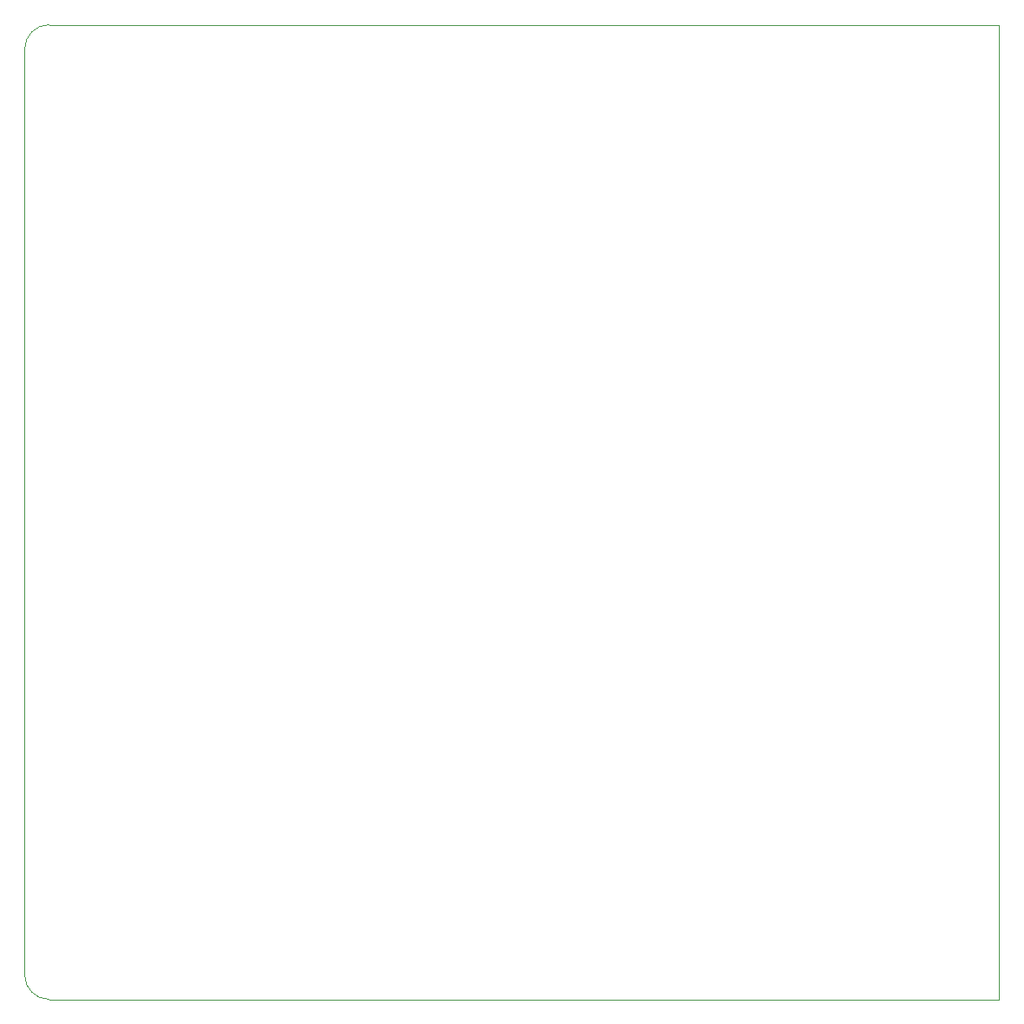
<source format=gm1>
%TF.GenerationSoftware,KiCad,Pcbnew,(5.1.12)-1*%
%TF.CreationDate,2022-01-04T22:26:51-05:00*%
%TF.ProjectId,my-keeb-type-c-modular-1,6d792d6b-6565-4622-9d74-7970652d632d,rev?*%
%TF.SameCoordinates,Original*%
%TF.FileFunction,Profile,NP*%
%FSLAX46Y46*%
G04 Gerber Fmt 4.6, Leading zero omitted, Abs format (unit mm)*
G04 Created by KiCad (PCBNEW (5.1.12)-1) date 2022-01-04 22:26:51*
%MOMM*%
%LPD*%
G01*
G04 APERTURE LIST*
%TA.AperFunction,Profile*%
%ADD10C,0.050000*%
%TD*%
G04 APERTURE END LIST*
D10*
X116681250Y-116681250D02*
X23812500Y-116681250D01*
X116681250Y-21431250D02*
X116681250Y-116681250D01*
X116681250Y-21431250D02*
X23812500Y-21431250D01*
X21431250Y-114300000D02*
X21431250Y-23812500D01*
X23812500Y-116681250D02*
G75*
G02*
X21431250Y-114300000I0J2381250D01*
G01*
X21431250Y-23812500D02*
G75*
G02*
X23812500Y-21431250I2381250J0D01*
G01*
M02*

</source>
